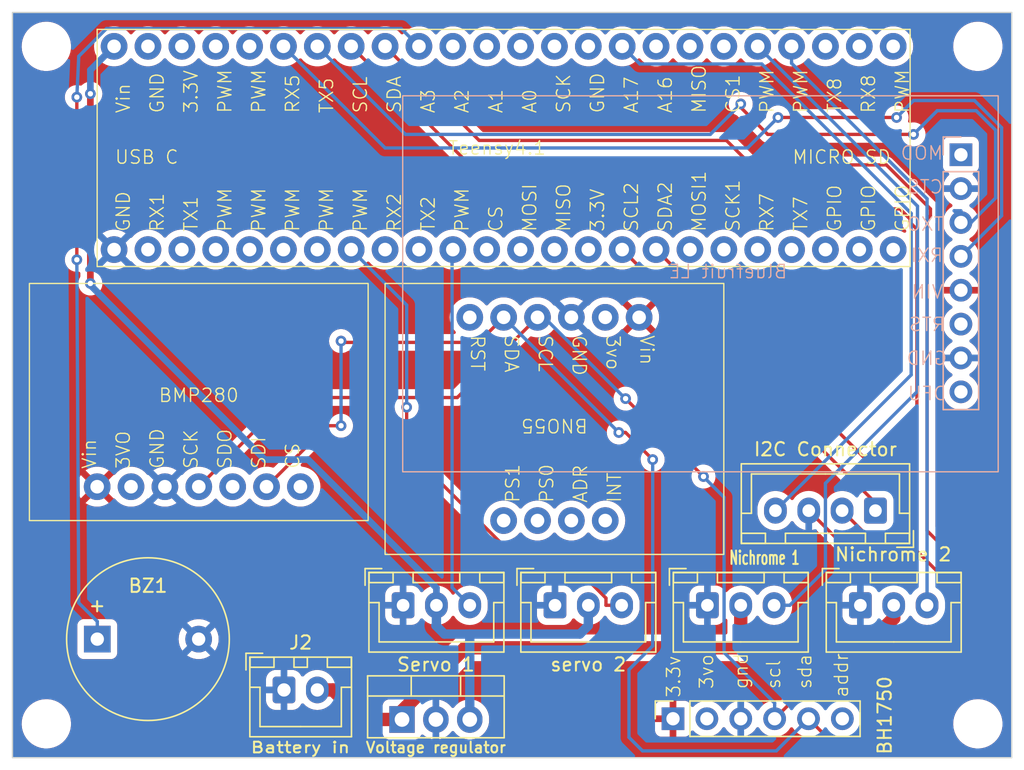
<source format=kicad_pcb>
(kicad_pcb (version 20221018) (generator pcbnew)
  (layers (0 "F.Cu" signal) (31 "B.Cu" signal) (34 "B.Paste" user) (35 "F.Paste" user) (36 "B.SilkS" user "B.Silkscreen") (37 "F.SilkS" user "F.Silkscreen") (38 "B.Mask" user) (39 "F.Mask" user) (44 "Edge.Cuts" user))
  (net 0 "")
  (net 1 "GND")
  (net 2 "+3.3V")
  (net 9 "Net-(J7-Pin_3)")
  (net 22 "Net-(J4-Pin_3)")
  (net 23 "Net-(J5-Pin_3)")
  (net 29 "Net-(BZ1--)")
  (net 31 "Net-(Bluefruitle1-TXO)")
  (net 35 "+5V")
  (net 36 "Net-(J6-Pin_3)")
  (net 37 "+9V")
  (net 39 "Net-(BH1750-SCL)")
  (net 40 "Net-(BH1750-SDA)")
  (net 47 "Net-(Bluefruitle1-RXO)")
  (net 48 "Net-(J8-Pin_4)")
  (net 63 "SCL2")
  (net 64 "SDA2")
  (footprint "Connector_JST:JST_XH_B3B-XH-A_1x03_P2.50mm_Vertical" (layer "F.Cu") (at 127.04 87.63)
    (fp_text reference "J5" hide)
    (fp_text value "Nichrome 1" (at 4.278 -3.556) (layer "F.SilkS") (effects (font (size 1 0.6))))
    (pad "1" thru_hole roundrect (at 0 0) (size 1.7 1.95) (drill 0.95) (layers "*.Cu" "*.Mask") (roundrect_rratio 0.1470588235) (net 1 "GND"))
    (pad "2" thru_hole oval (at 2.5 0) (size 1.7 1.95) (drill 0.95) (layers "*.Cu" "*.Mask") (net 37 "+9V"))
    (pad "3" thru_hole oval (at 5 0) (size 1.7 1.95) (drill 0.95) (layers "*.Cu" "*.Mask") (net 23 "Net-(J5-Pin_3)"))
  )
  (footprint "Breakout Boards:BH1750" (layer "F.Cu") (at 129.54 96.139 90)
    (fp_text reference "BH1750" hide)
    (fp_text value "~")
    (fp_text user "scl" (at 2.159 3.048 90 unlocked) (layer "F.SilkS") (effects (font (thickness 0.1)) (justify left bottom)))
    (fp_text user "${REFERENCE}" (at 0.254 10.795 90 unlocked) (layer "F.SilkS"))
    (fp_text user "addr" (at 1.524 8.128 90 unlocked) (layer "F.SilkS") (effects (font (thickness 0.1)) (justify left bottom)))
    (fp_text user "3vo" (at 2.159 -1.9812 90 unlocked) (layer "F.SilkS") (effects (font (thickness 0.1)) (justify left bottom)))
    (fp_text user "gnd" (at 2.159 0.6096 90 unlocked) (layer "F.SilkS") (effects (font (thickness 0.1)) (justify left bottom)))
    (fp_text user "sda" (at 2.159 5.3848 90 unlocked) (layer "F.SilkS") (effects (font (thickness 0.1)) (justify left bottom)))
    (fp_text user "3.3v" (at 1.524 -4.445 90 unlocked) (layer "F.SilkS") (effects (font (thickness 0.1)) (justify left bottom)))
    (pad "0" thru_hole rect (at 0 -5.08 90) (size 1.7 1.7) (drill 1) (layers "*.Cu" "*.Mask") (net 2 "+3.3V"))
    (pad "1" thru_hole oval (at 0 -2.54 90) (size 1.7 1.7) (drill 1) (layers "*.Cu" "*.Mask"))
    (pad "2" thru_hole oval (at 0 0 90) (size 1.7 1.7) (drill 1) (layers "*.Cu" "*.Mask") (net 1 "GND"))
    (pad "3" thru_hole oval (at 0 2.54 90) (size 1.7 1.7) (drill 1) (layers "*.Cu" "*.Mask") (net 39 "Net-(BH1750-SCL)"))
    (pad "4" thru_hole oval (at 0 5.08 90) (size 1.7 1.7) (drill 1) (layers "*.Cu" "*.Mask") (net 40 "Net-(BH1750-SDA)"))
    (pad "5" thru_hole oval (at 0 7.62 90) (size 1.7 1.7) (drill 1) (layers "*.Cu" "*.Mask"))
  )
  (footprint "Connector_JST:JST_XH_B3B-XH-A_1x03_P2.50mm_Vertical" (layer "F.Cu") (at 115.61 87.63)
    (fp_text reference "J7" hide)
    (fp_text value "servo 2" (at 2.5 4.445) (layer "F.SilkS"))
    (pad "1" thru_hole roundrect (at 0 0) (size 1.7 1.95) (drill 0.95) (layers "*.Cu" "*.Mask") (roundrect_rratio 0.1470588235) (net 1 "GND"))
    (pad "2" thru_hole oval (at 2.5 0) (size 1.7 1.95) (drill 0.95) (layers "*.Cu" "*.Mask") (net 35 "+5V"))
    (pad "3" thru_hole oval (at 5 0) (size 1.7 1.95) (drill 0.95) (layers "*.Cu" "*.Mask") (net 9 "Net-(J7-Pin_3)"))
  )
  (footprint "MountingHole:MountingHole_3.2mm_M3" (layer "F.Cu") (at 147.32 96.52)
    (fp_text reference "H4" hide)
    (fp_text value "MountingHole" hide)
    (pad "" np_thru_hole circle (at 0 0) (size 3.2 3.2) (drill 3.2) (layers "*.Cu" "*.Mask"))
  )
  (footprint "MountingHole:MountingHole_3.2mm_M3" (layer "F.Cu") (at 77.47 45.72)
    (fp_text reference "H2" hide)
    (fp_text value "MountingHole" hide)
    (pad "" np_thru_hole circle (at 0 0) (size 3.2 3.2) (drill 3.2) (layers "*.Cu" "*.Mask"))
  )
  (footprint "Breakout Boards:BNO055" (layer "F.Cu") (at 115.57 73.66 180)
    (fp_text reference "BNO55" (at 0 -0.5 180 unlocked) (layer "F.SilkS") (effects (font (thickness 0.1))))
    (fp_text value "~")
    (fp_text user "3vo" (at -3.81 6.35 270 unlocked) (layer "F.SilkS") (effects (font (thickness 0.1)) (justify left bottom)))
    (fp_text user "PS0" (at 0 -6.35 90 unlocked) (layer "F.SilkS") (effects (font (thickness 0.1)) (justify left bottom)))
    (fp_text user "Vin" (at -6.35 6.35 270 unlocked) (layer "F.SilkS") (effects (font (thickness 0.1)) (justify left bottom)))
    (fp_text user "SCL" (at 1.27 6.35 270 unlocked) (layer "F.SilkS") (effects (font (thickness 0.1)) (justify left bottom)))
    (fp_text user "GND" (at -1.27 6.35 270 unlocked) (layer "F.SilkS") (effects (font (thickness 0.1)) (justify left bottom)))
    (fp_text user "ADR" (at -2.54 -6.35 90 unlocked) (layer "F.SilkS") (effects (font (thickness 0.1)) (justify left bottom)))
    (fp_text user "PS1" (at 2.54 -6.35 90 unlocked) (layer "F.SilkS") (effects (font (thickness 0.1)) (justify left bottom)))
    (fp_text user "INT" (at -5.08 -6.35 90 unlocked) (layer "F.SilkS") (effects (font (thickness 0.1)) (justify left bottom)))
    (fp_text user "RST" (at 6.35 6.35 270 unlocked) (layer "F.SilkS") (effects (font (thickness 0.1)) (justify left bottom)))
    (fp_text user "SDA" (at 3.81 6.35 270 unlocked) (layer "F.SilkS") (effects (font (thickness 0.1)) (justify left bottom)))
    (pad "0" thru_hole circle (at -6.35 7.62 180) (size 2 2) (drill 1.02) (layers "*.Cu" "*.Mask") (net 2 "+3.3V"))
    (pad "1" thru_hole circle (at -3.81 7.62 180) (size 2 2) (drill 1.02) (layers "*.Cu" "*.Mask"))
    (pad "2" thru_hole circle (at -1.27 7.62 180) (size 2 2) (drill 1.02) (layers "*.Cu" "*.Mask") (net 1 "GND"))
    (pad "3" thru_hole circle (at 1.27 7.62 180) (size 2 2) (drill 1.02) (layers "*.Cu" "*.Mask") (net 39 "Net-(BH1750-SCL)"))
    (pad "4" thru_hole circle (at 3.81 7.62 180) (size 2 2) (drill 1.02) (layers "*.Cu" "*.Mask") (net 40 "Net-(BH1750-SDA)"))
    (pad "5" thru_hole circle (at 6.35 7.62 180) (size 2 2) (drill 1.02) (layers "*.Cu" "*.Mask"))
    (pad "6" thru_hole circle (at -3.81 -7.62 180) (size 2 2) (drill 1.02) (layers "*.Cu" "*.Mask"))
    (pad "7" thru_hole circle (at -1.27 -7.62 180) (size 2 2) (drill 1.02) (layers "*.Cu" "*.Mask"))
    (pad "8" thru_hole circle (at 1.27 -7.62 180) (size 2 2) (drill 1.02) (layers "*.Cu" "*.Mask"))
    (pad "9" thru_hole circle (at 3.81 -7.62 180) (size 2 2) (drill 1.02) (layers "*.Cu" "*.Mask"))
  )
  (footprint "Breakout Boards:BMP280" (layer "F.Cu") (at 88.9 72.39)
    (fp_text reference "BMP280" (at 0 -0.5 unlocked) (layer "F.SilkS") (effects (font (thickness 0.1))))
    (fp_text value "~")
    (fp_text user "CS" (at 7.62 5.08 90 unlocked) (layer "F.SilkS") (effects (font (thickness 0.1)) (justify left bottom)))
    (fp_text user "GND" (at -2.54 5.08 90 unlocked) (layer "F.SilkS") (effects (font (thickness 0.1)) (justify left bottom)))
    (fp_text user "Vin" (at -7.62 5.08 90 unlocked) (layer "F.SilkS") (effects (font (thickness 0.1)) (justify left bottom)))
    (fp_text user "SDI" (at 5.08 5.08 90 unlocked) (layer "F.SilkS") (effects (font (thickness 0.1)) (justify left bottom)))
    (fp_text user "SDO" (at 2.54 5.08 90 unlocked) (layer "F.SilkS") (effects (font (thickness 0.1)) (justify left bottom)))
    (fp_text user "SCK" (at 0 5.08 90 unlocked) (layer "F.SilkS") (effects (font (thickness 0.1)) (justify left bottom)))
    (fp_text user "3VO" (at -5.08 5.08 90 unlocked) (layer "F.SilkS") (effects (font (thickness 0.1)) (justify left bottom)))
    (pad "0" thru_hole circle (at -7.62 6.35) (size 2 2) (drill 1.02) (layers "*.Cu" "*.Mask") (net 2 "+3.3V"))
    (pad "1" thru_hole circle (at -5.08 6.35) (size 2 2) (drill 1.02) (layers "*.Cu" "*.Mask"))
    (pad "2" thru_hole circle (at -2.54 6.35) (size 2 2) (drill 1.02) (layers "*.Cu" "*.Mask") (net 1 "GND"))
    (pad "3" thru_hole circle (at 0 6.35) (size 2 2) (drill 1.02) (layers "*.Cu" "*.Mask") (net 39 "Net-(BH1750-SCL)"))
    (pad "4" thru_hole circle (at 2.54 6.35) (size 2 2) (drill 1.02) (layers "*.Cu" "*.Mask"))
    (pad "5" thru_hole circle (at 5.08 6.35) (size 2 2) (drill 1.02) (layers "*.Cu" "*.Mask") (net 40 "Net-(BH1750-SDA)"))
    (pad "6" thru_hole circle (at 7.62 6.35) (size 2 2) (drill 1.02) (layers "*.Cu" "*.Mask"))
  )
  (footprint "Package_TO_SOT_THT:TO-220-3_Vertical" (layer "F.Cu") (at 104.14 96.195)
    (fp_text reference "q1" hide)
    (fp_text value "Voltage regulator" (at 2.54 2.103) (layer "F.SilkS") (effects (font (size 0.8 0.8))))
    (pad "1" thru_hole rect (at 0 0) (size 1.905 2) (drill 1.1) (layers "*.Cu" "*.Mask") (net 37 "+9V"))
    (pad "2" thru_hole oval (at 2.54 0) (size 1.905 2) (drill 1.1) (layers "*.Cu" "*.Mask") (net 1 "GND"))
    (pad "3" thru_hole oval (at 5.08 0) (size 1.905 2) (drill 1.1) (layers "*.Cu" "*.Mask") (net 35 "+5V"))
  )
  (footprint "MountingHole:MountingHole_3.2mm_M3" (layer "F.Cu") (at 77.47 96.52)
    (fp_text reference "H3" hide)
    (fp_text value "MountingHole" hide)
    (pad "" np_thru_hole circle (at 0 0) (size 3.2 3.2) (drill 3.2) (layers "*.Cu" "*.Mask"))
  )
  (footprint "Breakout Boards:Teensy_4.1" (layer "F.Cu") (at 111.76 53.34 90)
    (fp_text reference "Teensy4.1" (at 0 -0.5 unlocked) (layer "F.SilkS") (effects (font (thickness 0.1))))
    (fp_text value "~")
    (fp_text user "TX1" (at -6.35 -22.86 90 unlocked) (layer "F.SilkS") (effects (font (thickness 0.1)) (justify left bottom)))
    (fp_text user "A1" (at 2.54 0 90 unlocked) (layer "F.SilkS") (effects (font (thickness 0.1)) (justify left bottom)))
    (fp_text user "PWM" (at -6.35 -17.78 90 unlocked) (layer "F.SilkS") (effects (font (thickness 0.1)) (justify left bottom)))
    (fp_text user "RX1" (at -6.35 -25.4 90 unlocked) (layer "F.SilkS") (effects (font (thickness 0.1)) (justify left bottom)))
    (fp_text user "TX2" (at -6.35 -5.08 90 unlocked) (layer "F.SilkS") (effects (font (thickness 0.1)) (justify left bottom)))
    (fp_text user "PWM" (at 2.54 -20.32 90 unlocked) (layer "F.SilkS") (effects (font (thickness 0.1)) (justify left bottom)))
    (fp_text user "MISO" (at 2.54 15.24 90 unlocked) (layer "F.SilkS") (effects (font (thickness 0.1)) (justify left bottom)))
    (fp_text user "MOSI" (at -6.35 2.54 90 unlocked) (layer "F.SilkS") (effects (font (thickness 0.1)) (justify left bottom)))
    (fp_text user "SCK" (at 2.54 5.08 90 unlocked) (layer "F.SilkS") (effects (font (thickness 0.1)) (justify left bottom)))
    (fp_text user "PWM" (at -6.35 -12.7 90 unlocked) (layer "F.SilkS") (effects (font (thickness 0.1)) (justify left bottom)))
    (fp_text user "PWM" (at -6.35 -2.54 90 unlocked) (layer "F.SilkS") (effects (font (thickness 0.1)) (justify left bottom)))
    (fp_text user "SCL2" (at -6.35 10.16 90 unlocked) (layer "F.SilkS") (effects (font (thickness 0.1)) (justify left bottom)))
    (fp_text user "TX7" (at -6.35 22.86 90 unlocked) (layer "F.SilkS") (effects (font (thickness 0.1)) (justify left bottom)))
    (fp_text user "MISO" (at -6.35 5.08 90 unlocked) (layer "F.SilkS") (effects (font (thickness 0.1)) (justify left bottom)))
    (fp_text user "3.3V" (at 2.54 -22.86 90 unlocked) (layer "F.SilkS") (effects (font (thickness 0.1)) (justify left bottom)))
    (fp_text user "MOSI1" (at -6.35 15.24 90 unlocked) (layer "F.SilkS") (effects (font (thickness 0.1)) (justify left bottom)))
    (fp_text user "GPIO" (at -6.35 27.94 90 unlocked) (layer "F.SilkS") (effects (font (thickness 0.1)) (justify left bottom)))
    (fp_text user "RX7" (at -6.35 20.32 90 unlocked) (layer "F.SilkS") (effects (font (thickness 0.1)) (justify left bottom)))
    (fp_text user "PWM" (at 2.54 -17.78 90 unlocked) (layer "F.SilkS") (effects (font (thickness 0.1)) (justify left bottom)))
    (fp_text user "RX8" (at 2.54 27.94 90 unlocked) (layer "F.SilkS") (effects (font (thickness 0.1)) (justify left bottom)))
    (fp_text user "SDA2" (at -6.35 12.7 90 unlocked) (layer "F.SilkS") (effects (font (thickness 0.1)) (justify left bottom)))
    (fp_text user "USB C" (at -1.27 -29.21 unlocked) (layer "F.SilkS") (effects (font (thickness 0.1)) (justify left bottom)))
    (fp_text user "TX5" (at 2.54 -12.7 90 unlocked) (layer "F.SilkS") (effects (font (thickness 0.1)) (justify left bottom)))
    (fp_text user "GND" (at 2.54 7.62 90 unlocked) (layer "F.SilkS") (effects (font (thickness 0.1)) (justify left bottom)))
    (fp_text user "Vin" (at 2.54 -27.94 90 unlocked) (layer "F.SilkS") (effects (font (thickness 0.1)) (justify left bottom)))
    (fp_text user "A0" (at 2.54 2.54 90 unlocked) (layer "F.SilkS") (effects (font (thickness 0.1)) (justify left bottom)))
    (fp_text user "SCK1" (at -6.35 17.78 90 unlocked) (layer "F.SilkS") (effects (font (thickness 0.1)) (justify left bottom)))
    (fp_text user "GPIO" (at -6.35 25.4 90 unlocked) (layer "F.SilkS") (effects (font (thickness 0.1)) (justify left bottom)))
    (fp_text user "PWM" (at -6.35 -15.24 90 unlocked) (layer "F.SilkS") (effects (font (thickness 0.1)) (justify left bottom)))
    (fp_text user "A3" (at 2.54 -5.08 90 unlocked) (layer "F.SilkS") (effects (font (thickness 0.1)) (justify left bottom)))
    (fp_text user "MICRO SD" (at -1.27 21.59 unlocked) (layer "F.SilkS") (effects (font (thickness 0.1)) (justify left bottom)))
    (fp_text user "TX8" (at 2.54 25.4 90 unlocked) (layer "F.SilkS") (effects (font (thickness 0.1)) (justify left bottom)))
    (fp_text user "A16" (at 2.54 12.7 90 unlocked) (layer "F.SilkS") (effects (font (thickness 0.1)) (justify left bottom)))
    (fp_text user "RX2" (at -6.35 -7.62 90 unlocked) (layer "F.SilkS") (effects (font (thickness 0.1)) (justify left bottom)))
    (fp_text user "A17" (at 2.54 10.16 90 unlocked) (layer "F.SilkS") (effects (font (thickness 0.1)) (justify left bottom)))
    (fp_text user "CS1" (at 2.54 17.78 90 unlocked) (layer "F.SilkS") (effects (font (thickness 0.1)) (justify left bottom)))
    (fp_text user "PWM" (at -6.35 -10.16 90 unlocked) (layer "F.SilkS") (effects (font (thickness 0.1)) (justify left bottom)))
    (fp_text user "CS" (at -6.35 0 90 unlocked) (layer "F.SilkS") (effects (font (thickness 0.1)) (justify left bottom)))
    (fp_text user "RX5" (at 2.54 -15.24 90 unlocked) (layer "F.SilkS") (effects (font (thickness 0.1)) (justify left bottom)))
    (fp_text user "3.3V" (at -6.35 7.62 90 unlocked) (layer "F.SilkS") (effects (font (thickness 0.1)) (justify left bottom)))
    (fp_text user "GND" (at -6.35 -27.94 90 unlocked) (layer "F.SilkS") (effects (font (thickness 0.1)) (justify left bottom)))
    (fp_text user "A2" (at 2.54 -2.54 90 unlocked) (layer "F.SilkS") (effects (font (thickness 0.1)) (justify left bottom)))
    (fp_text user "SDA" (at 2.54 -7.62 90 unlocked) (layer "F.SilkS") (effects (font (thickness 0.1)) (justify left bottom)))
    (fp_text user "PWM" (at 2.54 30.48 90 unlocked) (layer "F.SilkS") (effects (font (thickness 0.1)) (justify left bottom)))
    (fp_text user "PWM" (at 2.54 22.86 90 unlocked) (layer "F.SilkS") (effects (font (thickness 0.1)) (justify left bottom)))
    (fp_text user "PWM" (at 2.54 20.32 90 unlocked) (layer "F.SilkS") (effects (font (thickness 0.1)) (justify left bottom)))
    (fp_text user "GND" (at 2.54 -25.4 90 unlocked) (layer "F.SilkS") (effects (font (thickness 0.1)) (justify left bottom)))
    (fp_text user "SCL" (at 2.54 -10.16 90 unlocked) (layer "F.SilkS") (effects (font (thickness 0.1)) (justify left bottom)))
    (fp_text user "GPIO" (at -6.35 30.48 90 unlocked) (layer "F.SilkS") (effects (font (thickness 0.1)) (justify left bottom)))
    (fp_text user "PWM" (at -6.35 -20.32 90 unlocked) (layer "F.SilkS") (effects (font (thickness 0.1)) (justify left bottom)))
    (pad "0" thru_hole circle (at -7.62 -29.21 90) (size 2 2) (drill 1.02) (layers "*.Cu" "*.Mask") (net 1 "GND"))
    (pad "1" thru_hole circle (at -7.62 -26.67 90) (size 2 2) (drill 1.02) (layers "*.Cu" "*.Mask"))
    (pad "2" thru_hole circle (at -7.62 -24.13 90) (size 2 2) (drill 1.02) (layers "*.Cu" "*.Mask"))
    (pad "3" thru_hole circle (at -7.62 -21.59 90) (size 2 2) (drill 1.02) (layers "*.Cu" "*.Mask"))
    (pad "4" thru_hole circle (at -7.62 -19.05 90) (size 2 2) (drill 1.02) (layers "*.Cu" "*.Mask"))
    (pad "5" thru_hole circle (at -7.62 -16.51 90) (size 2 2) (drill 1.02) (layers "*.Cu" "*.Mask"))
    (pad "6" thru_hole circle (at -7.62 -13.97 90) (size 2 2) (drill 1.02) (layers "*.Cu" "*.Mask"))
    (pad "7" thru_hole circle (at -7.62 -11.43 90) (size 2 2) (drill 1.02) (layers "*.Cu" "*.Mask") (net 9 "Net-(J7-Pin_3)"))
    (pad "8" thru_hole circle (at -7.62 -8.89 90) (size 2 2) (drill 1.02) (layers "*.Cu" "*.Mask"))
    (pad "9" thru_hole circle (at -7.62 -6.35 90) (size 2 2) (drill 1.02) (layers "*.Cu" "*.Mask"))
    (pad "10" thru_hole circle (at -7.62 -3.81 90) (size 2 2) (drill 1.02) (layers "*.Cu" "*.Mask") (net 22 "Net-(J4-Pin_3)"))
    (pad "11" thru_hole circle (at -7.62 -1.27 90) (size 2 2) (drill 1.02) (layers "*.Cu" "*.Mask"))
    (pad "12" thru_hole circle (at -7.62 1.27 90) (size 2 2) (drill 1.02) (layers "*.Cu" "*.Mask"))
    (pad "13" thru_hole circle (at -7.62 3.81 90) (size 2 2) (drill 1.02) (layers "*.Cu" "*.Mask"))
    (pad "14" thru_hole circle (at -7.62 6.35 90) (size 2 2) (drill 1.02) (layers "*.Cu" "*.Mask"))
    (pad "15" thru_hole circle (at -7.62 8.89 90) (size 2 2) (drill 1.02) (layers "*.Cu" "*.Mask") (net 63 "SCL2"))
    (pad "16" thru_hole circle (at -7.62 11.43 90) (size 2 2) (drill 1.02) (layers "*.Cu" "*.Mask") (net 64 "SDA2"))
    (pad "17" thru_hole circle (at -7.62 13.97 90) (size 2 2) (drill 1.02) (layers "*.Cu" "*.Mask"))
    (pad "18" thru_hole circle (at -7.62 16.51 90) (size 2 2) (drill 1.02) (layers "*.Cu" "*.Mask"))
    (pad "19" thru_hole circle (at -7.62 19.05 90) (size 2 2) (drill 1.02) (layers "*.Cu" "*.Mask"))
    (pad "20" thru_hole circle (at -7.62 21.59 90) (size 2 2) (drill 1.02) (layers "*.Cu" "*.Mask"))
    (pad "21" thru_hole circle (at -7.62 24.13 90) (size 2 2) (drill 1.02) (layers "*.Cu" "*.Mask"))
    (pad "22" thru_hole circle (at -7.62 26.67 90) (size 2 2) (drill 1.02) (layers "*.Cu" "*.Mask"))
    (pad "23" thru_hole circle (at -7.62 29.21 90) (size 2 2) (drill 1.02) (layers "*.Cu" "*.Mask"))
    (pad "24" thru_hole circle (at 7.62 29.21 90) (size 2 2) (drill 1.02) (layers "*.Cu" "*.Mask"))
    (pad "25" thru_hole circle (at 7.62 26.67 90) (size 2 2) (drill 1.02) (layers "*.Cu" "*.Mask"))
    (pad "26" thru_hole circle (at 7.62 24.13 90) (size 2 2) (drill 1.02) (layers "*.Cu" "*.Mask"))
    (pad "27" thru_hole circle (at 7.62 21.59 90) (size 2 2) (drill 1.02) (layers "*.Cu" "*.Mask") (net 36 "Net-(J6-Pin_3)"))
    (pad "28" thru_hole circle (at 7.62 19.05 90) (size 2 2) (drill 1.02) (layers "*.Cu" "*.Mask") (net 23 "Net-(J5-Pin_3)"))
    (pad "29" thru_hole circle (at 7.62 16.51 90) (size 2 2) (drill 1.02) (layers "*.Cu" "*.Mask"))
    (pad "30" thru_hole circle (at 7.62 13.97 90) (size 2 2) (drill 1.02) (layers "*.Cu" "*.Mask"))
    (pad "31" thru_hole circle (at 7.62 11.43 90) (size 2 2) (drill 1.02) (layers "*.Cu" "*.Mask"))
    (pad "32" thru_hole circle (at 7.62 8.89 90) (size 2 2) (drill 1.02) (layers "*.Cu" "*.Mask") (net 48 "Net-(J8-Pin_4)"))
    (pad "33" thru_hole circle (at 7.62 6.35 90) (size 2 2) (drill 1.02) (layers "*.Cu" "*.Mask"))
    (pad "34" thru_hole circle (at 7.62 3.81 90) (size 2 2) (drill 1.02) (layers "*.Cu" "*.Mask"))
    (pad "35" thru_hole circle (at 7.62 1.27 90) (size 2 2) (drill 1.02) (layers "*.Cu" "*.Mask"))
    (pad "36" thru_hole circle (at 7.62 -1.27 90) (size 2 2) (drill 1.02) (layers "*.Cu" "*.Mask"))
    (pad "37" thru_hole circle (at 7.62 -3.81 90) (size 2 2) (drill 1.02) (layers "*.Cu" "*.Mask"))
    (pad "38" thru_hole circle (at 7.62 -6.35 90) (size 2 2) (drill 1.02) (layers "*.Cu" "*.Mask") (net 29 "Net-(BZ1--)"))
    (pad "39" thru_hole circle (at 7.62 -8.89 90) (size 2 2) (drill 1.02) (layers "*.Cu" "*.Mask") (net 40 "Net-(BH1750-SDA)"))
    (pad "40" thru_hole circle (at 7.62 -11.43 90) (size 2 2) (drill 1.02) (layers "*.Cu" "*.Mask") (net 39 "Net-(BH1750-SCL)"))
    (pad "41" thru_hole circle (at 7.62 -13.97 90) (size 2 2) (drill 1.02) (layers "*.Cu" "*.Mask") (net 31 "Net-(Bluefruitle1-TXO)"))
    (pad "42" thru_hole circle (at 7.62 -16.51 90) (size 2 2) (drill 1.02) (layers "*.Cu" "*.Mask") (net 47 "Net-(Bluefruitle1-RXO)"))
    (pad "43" thru_hole circle (at 7.62 -19.05 90) (size 2 2) (drill 1.02) (layers "*.Cu" "*.Mask"))
    (pad "44" thru_hole circle (at 7.62 -21.59 90) (size 2 2) (drill 1.02) (layers "*.Cu" "*.Mask"))
    (pad "45" thru_hole circle (at 7.62 -24.13 90) (size 2 2) (drill 1.02) (layers "*.Cu" "*.Mask"))
    (pad "46" thru_hole circle (at 7.62 -26.67 90) (size 2 2) (drill 1.02) (layers "*.Cu" "*.Mask"))
    (pad "47" thru_hole circle (at 7.62 -29.21 90) (size 2 2) (drill 1.02) (layers "*.Cu" "*.Mask") (net 35 "+5V"))
  )
  (footprint "Connector_JST:JST_XH_B3B-XH-A_1x03_P2.50mm_Vertical" (layer "F.Cu") (at 104.22 87.63)
    (fp_text reference "J4" hide)
    (fp_text value "Servo 1" (at 2.46 4.445) (layer "F.SilkS"))
    (pad "1" thru_hole roundrect (at 0 0) (size 1.7 1.95) (drill 0.95) (layers "*.Cu" "*.Mask") (roundrect_rratio 0.1470588235) (net 1 "GND"))
    (pad "2" thru_hole oval (at 2.5 0) (size 1.7 1.95) (drill 0.95) (layers "*.Cu" "*.Mask") (net 35 "+5V"))
    (pad "3" thru_hole oval (at 5 0) (size 1.7 1.95) (drill 0.95) (layers "*.Cu" "*.Mask") (net 22 "Net-(J4-Pin_3)"))
  )
  (footprint "Connector_JST:JST_XH_B3B-XH-A_1x03_P2.50mm_Vertical" (layer "F.Cu") (at 138.51 87.63)
    (fp_text reference "J6" hide)
    (fp_text value "Nichrome 2" (at 2.46 -3.81) (layer "F.SilkS"))
    (pad "1" thru_hole roundrect (at 0 0) (size 1.7 1.95) (drill 0.95) (layers "*.Cu" "*.Mask") (roundrect_rratio 0.1470588235) (net 1 "GND"))
    (pad "2" thru_hole oval (at 2.5 0) (size 1.7 1.95) (drill 0.95) (layers "*.Cu" "*.Mask") (net 37 "+9V"))
    (pad "3" thru_hole oval (at 5 0) (size 1.7 1.95) (drill 0.95) (layers "*.Cu" "*.Mask") (net 36 "Net-(J6-Pin_3)"))
  )
  (footprint "Connector_JST:JST_XH_B2B-XH-A_1x02_P2.50mm_Vertical" (layer "F.Cu") (at 95.29 93.98)
    (fp_text reference "J2" (at 1.25 -3.55) (layer "F.SilkS"))
    (fp_text value "Battery in" (at 1.23 4.318) (layer "F.SilkS") (effects (font (size 0.8 1))))
    (pad "1" thru_hole roundrect (at 0 0) (size 1.7 2) (drill 1) (layers "*.Cu" "*.Mask") (roundrect_rratio 0.1470588235) (net 1 "GND"))
    (pad "2" thru_hole oval (at 2.5 0) (size 1.7 2) (drill 1) (layers "*.Cu" "*.Mask") (net 37 "+9V"))
  )
  (footprint "Buzzer_Beeper:Buzzer_12x9.5RM7.6" (layer "F.Cu") (at 81.29 90.17)
    (fp_text reference "BZ1" hide)
    (fp_text value "Buzzer")
    (fp_text user "${REFERENCE}" (at 3.8 -4) (layer "F.SilkS"))
    (fp_text user "+" (at -0.01 -2.54) (layer "F.SilkS"))
    (pad "1" thru_hole rect (at 0 0) (size 2 2) (drill 1) (layers "*.Cu" "*.Mask") (net 29 "Net-(BZ1--)"))
    (pad "2" thru_hole circle (at 7.6 0) (size 2 2) (drill 1) (layers "*.Cu" "*.Mask") (net 1 "GND"))
  )
  (footprint "Connector_JST:JST_XH_B4B-XH-A_1x04_P2.50mm_Vertical" (layer "F.Cu") (at 139.64 80.535 180)
    (fp_text reference "J8" hide)
    (fp_text value "I2C Connector" (at 3.75 4.6) (layer "F.SilkS"))
    (pad "1" thru_hole roundrect (at 0 0 180) (size 1.7 1.95) (drill 0.95) (layers "*.Cu" "*.Mask") (roundrect_rratio 0.1470588235) (net 63 "SCL2"))
    (pad "2" thru_hole oval (at 2.5 0 180) (size 1.7 1.95) (drill 0.95) (layers "*.Cu" "*.Mask") (net 64 "SDA2"))
    (pad "3" thru_hole oval (at 5 0 180) (size 1.7 1.95) (drill 0.95) (layers "*.Cu" "*.Mask") (net 1 "GND"))
    (pad "4" thru_hole oval (at 7.5 0 180) (size 1.7 1.95) (drill 0.95) (layers "*.Cu" "*.Mask") (net 48 "Net-(J8-Pin_4)"))
  )
  (footprint "MountingHole:MountingHole_3.2mm_M3" (layer "F.Cu") (at 147.32 45.72)
    (fp_text reference "H1" hide)
    (fp_text value "MountingHole" hide)
    (pad "" np_thru_hole circle (at 0 0) (size 3.2 3.2) (drill 3.2) (layers "*.Cu" "*.Mask"))
  )
  (footprint "Breakout Boards:Bluefruit LE" (layer "B.Cu") (at 146.2024 62.8396 180)
    (fp_text reference "Bluefruitle1" hide)
    (fp_text value "~")
    (fp_text user "GND" (at 1.1176 -6.858 unlocked) (layer "B.SilkS") (effects (font (thickness 0.1)) (justify left bottom mirror)))
    (fp_text user "CTS" (at 1.4224 5.9944 unlocked) (layer "B.SilkS") (effects (font (thickness 0.1)) (justify left bottom mirror)))
    (fp_text user "MOD" (at 1.4224 8.5344 unlocked) (layer "B.SilkS") (effects (font (thickness 0.1)) (justify left bottom mirror)))
    (fp_text user "DFU" (at 1.1684 -9.4996 unlocked) (layer "B.SilkS") (effects (font (thickness 0.1)) (justify left bottom mirror)))
    (fp_text user "Bluefruit LE" (at 13.1064 -0.3556 unlocked) (layer "B.SilkS") (effects (font (thickness 0.1)) (justify left bottom mirror)))
    (fp_text user "RXI" (at 1.4224 0.8636 unlocked) (layer "B.SilkS") (effects (font (thickness 0.1)) (justify left bottom mirror)))
    (fp_text user "TXO" (at 1.3716 3.2004 unlocked) (layer "B.SilkS") (effects (font (thickness 0.1)) (justify left bottom mirror)))
    (fp_text user "VIN" (at 1.4224 -1.8796 unlocked) (layer "B.SilkS") (effects (font (thickness 0.1)) (justify left bottom mirror)))
    (fp_text user "RTS" (at 1.27 -4.318 unlocked) (layer "B.SilkS") (effects (font (thickness 0.1)) (justify left bottom mirror)))
    (pad "0" thru_hole rect (at 0.1524 8.9916 180) (size 1.7 1.7) (drill 1) (layers "*.Cu" "*.Mask"))
    (pad "1" thru_hole oval (at 0.1524 6.4516 180) (size 1.7 1.7) (drill 1) (layers "*.Cu" "*.Mask") (net 1 "GND"))
    (pad "2" thru_hole oval (at 0.1524 3.9116 180) (size 1.7 1.7) (drill 1) (layers "*.Cu" "*.Mask") (net 31 "Net-(Bluefruitle1-TXO)"))
    (pad "3" thru_hole oval (at 0.1524 1.3716 180) (size 1.7 1.7) (drill 1) (layers "*.Cu" "*.Mask") (net 47 "Net-(Bluefruitle1-RXO)"))
    (pad "4" thru_hole oval (at 0.1524 -1.1684 180) (size 1.7 1.7) (drill 1) (layers "*.Cu" "*.Mask") (net 2 "+3.3V"))
    (pad "5" thru_hole oval (at 0.1524 -3.7084 180) (size 1.7 1.7) (drill 1) (layers "*.Cu" "*.Mask"))
    (pad "6" thru_hole oval (at 0.1524 -6.2484 180) (size 1.7 1.7) (drill 1) (layers "*.Cu" "*.Mask") (net 1 "GND"))
    (pad "7" thru_hole oval (at 0.1524 -8.7884 180) (size 1.7 1.7) (drill 1) (layers "*.Cu" "*.Mask"))
  )
  (gr_rect (start 74.93 43.18) (end 149.86 99.06) (stroke (width 0.1)) (fill none) (layer "Edge.Cuts"))
  (segment (start 138.51 84.405) (end 134.64 80.535) (width 0.25) (layer "F.Cu") (net 1))
  (segment (start 138.51 87.63) (end 138.51 84.405) (width 0.25) (layer "F.Cu") (net 1))
  (segment (start 120.61 87.63) (end 119.4331 87.63) (width 0.25) (layer "F.Cu") (net 9))
  (segment (start 119.4331 87.0939) (end 119.4331 87.63) (width 0.25) (layer "F.Cu") (net 9))
  (segment (start 114.0532 85.4592) (end 117.7984 85.4592) (width 0.25) (layer "F.Cu") (net 9))
  (segment (start 104.4873 72.7797) (end 104.4873 75.8933) (width 0.25) (layer "F.Cu") (net 9))
  (segment (start 117.7984 85.4592) (end 119.4331 87.0939) (width 0.25) (layer "F.Cu") (net 9))
  (segment (start 104.4873 75.8933) (end 114.0532 85.4592) (width 0.25) (layer "F.Cu") (net 9))
  (via (at 104.4873 72.7797) (size 0.8) (drill 0.4) (layers "F.Cu" "B.Cu") (net 9))
  (segment (start 104.4873 65.1173) (end 104.4873 72.7797) (width 0.25) (layer "B.Cu") (net 9))
  (segment (start 100.33 60.96) (end 104.4873 65.1173) (width 0.25) (layer "B.Cu") (net 9))
  (segment (start 107.8931 61.0169) (end 107.8931 86.3031) (width 0.25) (layer "B.Cu") (net 22))
  (segment (start 107.95 60.96) (end 107.8931 61.0169) (width 0.25) (layer "B.Cu") (net 22))
  (segment (start 107.8931 86.3031) (end 109.22 87.63) (width 0.25) (layer "B.Cu") (net 22))
  (segment (start 135.89 78.4845) (end 135.89 84.9569) (width 0.25) (layer "B.Cu") (net 23))
  (segment (start 135.89 84.9569) (end 133.2169 87.63) (width 0.25) (layer "B.Cu") (net 23))
  (segment (start 142.7934 71.5811) (end 135.89 78.4845) (width 0.25) (layer "B.Cu") (net 23))
  (segment (start 132.04 87.63) (end 133.2169 87.63) (width 0.25) (layer "B.Cu") (net 23))
  (segment (start 142.7934 57.7034) (end 142.7934 71.5811) (width 0.25) (layer "B.Cu") (net 23))
  (segment (start 130.81 45.72) (end 142.7934 57.7034) (width 0.25) (layer "B.Cu") (net 23))
  (segment (start 79.756 49.53) (end 79.756 61.722) (width 0.25) (layer "F.Cu") (net 29))
  (via (at 79.756 61.722) (size 0.8) (drill 0.4) (layers "F.Cu" "B.Cu") (net 29))
  (via (at 79.756 49.53) (size 0.8) (drill 0.4) (layers "F.Cu" "B.Cu") (net 29))
  (segment (start 79.756 61.722) (end 79.9012 61.8672) (width 0.25) (layer "B.Cu") (net 29))
  (segment (start 79.9012 87.4543) (end 81.29 88.8431) (width 0.25) (layer "B.Cu") (net 29))
  (segment (start 79.9012 46.4643) (end 79.756 49.53) (width 0.25) (layer "B.Cu") (net 29))
  (segment (start 105.41 45.72) (end 104.0737 44.3837) (width 0.25) (layer "B.Cu") (net 29))
  (segment (start 79.756 49.53) (end 79.9012 49.4212) (width 0.25) (layer "B.Cu") (net 29))
  (segment (start 81.29 90.17) (end 81.29 88.8431) (width 0.25) (layer "B.Cu") (net 29))
  (segment (start 104.0737 44.3837) (end 81.9818 44.3837) (width 0.25) (layer "B.Cu") (net 29))
  (segment (start 81.9818 44.3837) (end 79.9012 46.4643) (width 0.25) (layer "B.Cu") (net 29))
  (segment (start 79.9012 87.4543) (end 79.756 61.722) (width 0.25) (layer "B.Cu") (net 29))
  (segment (start 142.494 52.324) (end 131.562695 52.324) (width 0.25) (layer "F.Cu") (net 31))
  (segment (start 131.562695 52.324) (end 129.54 50.301305) (width 0.25) (layer "F.Cu") (net 31))
  (segment (start 129.54 50.301305) (end 129.54 50.038) (width 0.25) (layer "F.Cu") (net 31))
  (via (at 142.494 52.324) (size 0.8) (drill 0.4) (layers "F.Cu" "B.Cu") (net 31))
  (via (at 129.54 50.038) (size 0.8) (drill 0.4) (layers "F.Cu" "B.Cu") (net 31))
  (segment (start 146.05 58.556054) (end 145.542 58.048054) (width 0.25) (layer "B.Cu") (net 31))
  (segment (start 146.05 58.928) (end 146.812 58.928) (width 0.25) (layer "B.Cu") (net 31))
  (segment (start 145.542 58.048054) (end 146.05 58.048054) (width 0.25) (layer "B.Cu") (net 31))
  (segment (start 129.54 50.038) (end 127.254 52.324) (width 0.25) (layer "B.Cu") (net 31))
  (segment (start 148.648 52.002396) (end 147.191604 50.546) (width 0.25) (layer "B.Cu") (net 31))
  (segment (start 147.191604 50.546) (end 144.272 50.546) (width 0.25) (layer "B.Cu") (net 31))
  (segment (start 146.812 58.928) (end 148.648 57.092) (width 0.25) (layer "B.Cu") (net 31))
  (segment (start 104.394 52.324) (end 97.79 45.72) (width 0.25) (layer "B.Cu") (net 31))
  (segment (start 148.648 57.092) (end 148.648 52.002396) (width 0.25) (layer "B.Cu") (net 31))
  (segment (start 127.254 52.324) (end 104.394 52.324) (width 0.25) (layer "B.Cu") (net 31))
  (segment (start 144.272 50.546) (end 142.494 52.324) (width 0.25) (layer "B.Cu") (net 31))
  (segment (start 142.494 52.45162) (end 142.494 52.324) (width 0.25) (layer "B.Cu") (net 31))
  (segment (start 80.772 63.5) (end 80.772 49.276) (width 0.5) (layer "F.Cu") (net 35))
  (via (at 80.772 63.5) (size 0.8) (drill 0.4) (layers "F.Cu" "B.Cu") (net 35))
  (via (at 80.772 49.276) (size 0.8) (drill 0.4) (layers "F.Cu" "B.Cu") (net 35))
  (segment (start 80.772 47.498) (end 80.772 49.276) (width 0.5) (layer "B.Cu") (net 35))
  (segment (start 97.0999 76.708) (end 93.853 76.708) (width 0.5) (layer "B.Cu") (net 35))
  (segment (start 106.72 87.63) (end 106.72 87.2907) (width 0.25) (layer "B.Cu") (net 35))
  (segment (start 118.11 89.154) (end 117.4733 89.7907) (width 0.7) (layer "B.Cu") (net 35))
  (segment (start 117.4733 89.7907) (end 109.22 89.7907) (width 0.7) (layer "B.Cu") (net 35))
  (segment (start 106.72 86.3281) (end 97.0999 76.708) (width 0.5) (layer "B.Cu") (net 35))
  (segment (start 93.853 76.708) (end 80.772 63.627) (width 0.5) (layer "B.Cu") (net 35))
  (segment (start 80.772 63.5) (end 80.645 63.5) (width 0.25) (layer "B.Cu") (net 35))
  (segment (start 82.55 45.72) (end 80.772 47.498) (width 0.5) (layer "B.Cu") (net 35))
  (segment (start 106.72 87.2907) (end 106.72 86.3281) (width 0.5) (layer "B.Cu") (net 35))
  (segment (start 109.22 89.7907) (end 109.22 96.195) (width 0.7) (layer "B.Cu") (net 35))
  (segment (start 109.22 89.7907) (end 107.3167 89.7907) (width 0.7) (layer "B.Cu") (net 35))
  (segment (start 107.188 87.7587) (end 106.72 87.2907) (width 0.7) (layer "B.Cu") (net 35))
  (segment (start 118.11 87.63) (end 118.11 89.154) (width 0.7) (layer "B.Cu") (net 35))
  (segment (start 107.3167 89.7907) (end 106.68 89.154) (width 0.7) (layer "B.Cu") (net 35))
  (segment (start 80.645 63.5) (end 80.645 63.5) (width 0.25) (layer "B.Cu") (net 35))
  (segment (start 106.72 89.114) (end 106.72 87.63) (width 0.7) (layer "B.Cu") (net 35))
  (segment (start 106.68 89.154) (end 106.72 89.114) (width 0.7) (layer "B.Cu") (net 35))
  (segment (start 80.772 63.627) (end 80.772 63.5) (width 0.5) (layer "B.Cu") (net 35))
  (segment (start 133.35 46.99) (end 143.51 57.15) (width 0.25) (layer "B.Cu") (net 36))
  (segment (start 143.51 57.15) (end 143.51 87.63) (width 0.25) (layer "B.Cu") (net 36))
  (segment (start 133.35 45.72) (end 133.35 46.99) (width 0.25) (layer "B.Cu") (net 36))
  (segment (start 141.01 88.601258) (end 141.01 87.63) (width 1) (layer "F.Cu") (net 37))
  (segment (start 129.54 90.8197) (end 129.54 87.63) (width 1) (layer "F.Cu") (net 37))
  (segment (start 138.791558 90.8197) (end 141.01 88.601258) (width 1) (layer "F.Cu") (net 37))
  (segment (start 97.79 93.98) (end 98.9669 93.98) (width 1) (layer "F.Cu") (net 37))
  (segment (start 108.8756 90.8197) (end 129.54 90.8197) (width 1) (layer "F.Cu") (net 37))
  (segment (start 101.1819 96.195) (end 98.9669 93.98) (width 1) (layer "F.Cu") (net 37))
  (segment (start 129.54 90.8197) (end 138.791558 90.8197) (width 1) (layer "F.Cu") (net 37))
  (segment (start 104.14 96.195) (end 103.5003 96.195) (width 0.25) (layer "F.Cu") (net 37))
  (segment (start 103.5003 96.195) (end 108.8756 90.8197) (width 1) (layer "F.Cu") (net 37))
  (segment (start 103.5003 96.195) (end 101.1819 96.195) (width 1) (layer "F.Cu") (net 37))
  (segment (start 114.3 66.04) (end 108.2872 72.0528) (width 0.25) (layer "F.Cu") (net 39))
  (segment (start 140.462 93.472) (end 134.747 93.472) (width 0.25) (layer "F.Cu") (net 39))
  (segment (start 142.748 59.436) (end 142.748 83.566) (width 0.25) (layer "F.Cu") (net 39))
  (segment (start 141.478 57.912) (end 142.24 58.674) (width 0.25) (layer "F.Cu") (net 39))
  (segment (start 95.5872 72.0528) (end 88.9 78.74) (width 0.25) (layer "F.Cu") (net 39))
  (segment (start 146.05 87.884) (end 140.462 93.472) (width 0.25) (layer "F.Cu") (net 39))
  (segment (start 100.33 45.72) (end 112.522 57.912) (width 0.25) (layer "F.Cu") (net 39))
  (segment (start 126.746 77.978) (end 120.904 72.136) (width 0.25) (layer "F.Cu") (net 39))
  (segment (start 112.522 57.912) (end 141.478 57.912) (width 0.25) (layer "F.Cu") (net 39))
  (segment (start 142.24 58.674) (end 142.24 58.928) (width 0.25) (layer "F.Cu") (net 39))
  (segment (start 134.747 93.472) (end 132.08 96.139) (width 0.25) (layer "F.Cu") (net 39))
  (segment (start 146.05 86.868) (end 146.05 87.884) (width 0.25) (layer "F.Cu") (net 39))
  (segment (start 142.748 83.566) (end 146.05 86.868) (width 0.25) (layer "F.Cu") (net 39))
  (segment (start 108.2872 72.0528) (end 95.5872 72.0528) (width 0.25) (layer "F.Cu") (net 39))
  (segment (start 142.24 58.928) (end 142.748 59.436) (width 0.25) (layer "F.Cu") (net 39))
  (via (at 120.904 72.136) (size 0.8) (drill 0.4) (layers "F.Cu" "B.Cu") (net 39))
  (via (at 126.746 77.978) (size 0.8) (drill 0.4) (layers "F.Cu" "B.Cu") (net 39))
  (segment (start 128.2905 79.5383) (end 128.2905 91.1726) (width 0.25) (layer "B.Cu") (net 39))
  (segment (start 132.08 96.139) (end 132.08 94.9621) (width 0.25) (layer "B.Cu") (net 39))
  (segment (start 126.746 77.978) (end 126.746 77.9938) (width 0.25) (layer "B.Cu") (net 39))
  (segment (start 114.3 66.04) (end 114.7922 66.04) (width 0.25) (layer "B.Cu") (net 39))
  (segment (start 126.746 77.9938) (end 128.2905 79.5383) (width 0.25) (layer "B.Cu") (net 39))
  (segment (start 126.7302 77.978) (end 126.746 77.978) (width 0.25) (layer "B.Cu") (net 39))
  (segment (start 120.904 72.136) (end 120.904 72.1518) (width 0.25) (layer "B.Cu") (net 39))
  (segment (start 128.2905 91.1726) (end 132.08 94.9621) (width 0.25) (layer "B.Cu") (net 39))
  (segment (start 120.8882 72.136) (end 120.904 72.136) (width 0.25) (layer "B.Cu") (net 39))
  (segment (start 114.7922 66.04) (end 114.8636 66.1114) (width 0.25) (layer "B.Cu") (net 39))
  (segment (start 114.8636 66.1114) (end 120.8882 72.136) (width 0.25) (layer "B.Cu") (net 39))
  (segment (start 130.302 54.61) (end 140.462 54.61) (width 0.25) (layer "F.Cu") (net 40))
  (segment (start 99.6176 67.9202) (end 99.568 67.818) (width 0.25) (layer "F.Cu") (net 40))
  (segment (start 120.904 74.676) (end 122.936 76.708) (width 0.25) (layer "F.Cu") (net 40))
  (segment (start 147.066 85.598) (end 147.066 90.17) (width 0.25) (layer "F.Cu") (net 40))
  (segment (start 109.8798 67.9202) (end 111.76 66.04) (width 0.25) (layer "F.Cu") (net 40))
  (segment (start 138.43 97.79) (end 136.271 97.79) (width 0.25) (layer "F.Cu") (net 40))
  (segment (start 120.396 74.676) (end 120.904 74.676) (width 0.25) (layer "F.Cu") (net 40))
  (segment (start 102.87 45.72) (end 109.924 52.774) (width 0.25) (layer "F.Cu") (net 40))
  (segment (start 136.271 97.79) (end 134.62 96.139) (width 0.25) (layer "F.Cu") (net 40))
  (segment (start 143.51 82.042) (end 147.066 85.598) (width 0.25) (layer "F.Cu") (net 40))
  (segment (start 99.568 67.818) (end 99.822 67.9202) (width 0.25) (layer "F.Cu") (net 40))
  (segment (start 138.910656 97.309344) (end 138.43 97.79) (width 0.25) (layer "F.Cu") (net 40))
  (segment (start 98.552 74.168) (end 93.98 78.74) (width 0.25) (layer "F.Cu") (net 40))
  (segment (start 109.924 52.774) (end 128.466 52.774) (width 0.25) (layer "F.Cu") (net 40))
  (segment (start 99.822 67.9202) (end 109.8798 67.9202) (width 0.25) (layer "F.Cu") (net 40))
  (segment (start 143.764 57.912) (end 143.764 58.42) (width 0.25) (layer "F.Cu") (net 40))
  (segment (start 99.568 74.168) (end 98.552 74.168) (width 0.25) (layer "F.Cu") (net 40))
  (segment (start 143.51 58.674) (end 143.51 82.042) (width 0.25) (layer "F.Cu") (net 40))
  (segment (start 128.466 52.774) (end 130.302 54.61) (width 0.25) (layer "F.Cu") (net 40))
  (segment (start 99.7198 67.9202) (end 99.6176 67.9202) (width 0.25) (layer "F.Cu") (net 40))
  (segment (start 147.066 90.17) (end 139.926656 97.309344) (width 0.25) (layer "F.Cu") (net 40))
  (segment (start 143.764 58.42) (end 143.51 58.674) (width 0.25) (layer "F.Cu") (net 40))
  (segment (start 139.926656 97.309344) (end 138.910656 97.309344) (width 0.25) (layer "F.Cu") (net 40))
  (segment (start 140.462 54.61) (end 143.764 57.912) (width 0.25) (layer "F.Cu") (net 40))
  (via (at 122.936 76.708) (size 0.8) (drill 0.4) (layers "F.Cu" "B.Cu") (net 40))
  (via (at 120.396 74.676) (size 0.8) (drill 0.4) (layers "F.Cu" "B.Cu") (net 40))
  (via (at 99.568 74.168) (size 0.8) (drill 0.4) (layers "F.Cu" "B.Cu") (net 40))
  (via (at 99.568 67.818) (size 0.8) (drill 0.4) (layers "F.Cu" "B.Cu") (net 40))
  (segment (start 99.568 67.818) (end 99.568 74.168) (width 0.25) (layer "B.Cu") (net 40))
  (segment (start 121.158 97.536) (end 121.158 92.456) (width 0.25) (layer "B.Cu") (net 40))
  (segment (start 121.158 92.456) (end 122.936 90.678) (width 0.25) (layer "B.Cu") (net 40))
  (segment (start 122.936 90.678) (end 122.936 76.708) (width 0.25) (layer "B.Cu") (net 40))
  (segment (start 120.396 74.676) (end 111.76 66.04) (width 0.25) (layer "B.Cu") (net 40))
  (segment (start 134.62 96.139) (end 132.207 98.552) (width 0.25) (layer "B.Cu") (net 40))
  (segment (start 122.174 98.552) (end 121.158 97.536) (width 0.25) (layer "B.Cu") (net 40))
  (segment (start 132.207 98.552) (end 122.174 98.552) (width 0.25) (layer "B.Cu") (net 40))
  (segment (start 132.334 51.054) (end 141.224 51.054) (width 0.25) (layer "F.Cu") (net 47))
  (via (at 141.224 51.054) (size 0.8) (drill 0.4) (layers "F.Cu" "B.Cu") (net 47))
  (via (at 132.334 51.054) (size 0.8) (drill 0.4) (layers "F.Cu" "B.Cu") (net 47))
  (segment (start 142.494 49.784) (end 147.066 49.784) (width 0.25) (layer "B.Cu") (net 47))
  (segment (start 147.066 49.784) (end 149.098 51.816) (width 0.25) (layer "B.Cu") (net 47))
  (segment (start 132.334 51.054) (end 130.048 53.34) (width 0.25) (layer "B.Cu") (net 47))
  (segment (start 149.098 58.42) (end 146.05 61.468) (width 0.25) (layer "B.Cu") (net 47))
  (segment (start 102.87 53.34) (end 95.25 45.72) (width 0.25) (layer "B.Cu") (net 47))
  (segment (start 130.048 53.34) (end 102.87 53.34) (width 0.25) (layer "B.Cu") (net 47))
  (segment (start 149.098 51.816) (end 149.098 58.42) (width 0.25) (layer "B.Cu") (net 47))
  (segment (start 141.224 51.054) (end 142.494 49.784) (width 0.25) (layer "B.Cu") (net 47))
  (segment (start 132.14 80.535) (end 142.3187 70.3563) (width 0.25) (layer "B.Cu") (net 48))
  (segment (start 142.3187 58.2447) (end 131.119 47.045) (width 0.25) (layer "B.Cu") (net 48))
  (segment (start 142.3187 70.3563) (end 142.3187 58.2447) (width 0.25) (layer "B.Cu") (net 48))
  (segment (start 131.119 47.045) (end 121.975 47.045) (width 0.25) (layer "B.Cu") (net 48))
  (segment (start 121.975 47.045) (end 120.65 45.72) (width 0.25) (layer "B.Cu") (net 48))
  (segment (start 139.64 79.95) (end 139.64 80.535) (width 0.25) (layer "F.Cu") (net 63))
  (segment (start 120.65 60.96) (end 139.64 79.95) (width 0.25) (layer "F.Cu") (net 63))
  (segment (start 120.65 60.96) (end 120.015 60.96) (width 0.25) (layer "B.Cu") (net 63))
  (segment (start 141.732 82.55) (end 139.155 82.55) (width 0.25) (layer "F.Cu") (net 64))
  (segment (start 139.155 82.55) (end 137.14 80.535) (width 0.25) (layer "F.Cu") (net 64))
  (segment (start 123.19 60.96) (end 141.732 79.502) (width 0.25) (layer "F.Cu") (net 64))
  (segment (start 141.732 79.502) (end 141.732 82.55) (width 0.25) (layer "F.Cu") (net 64))
  (zone (net 2) (net_name "+3.3V") (layer "F.Cu") (connect_pads (clearance 0.5)) (min_thickness 0.25) (fill yes (thermal_gap 0.5) (thermal_bridge_width 0.5))
    (polygon (pts (xy 149.86 43.18) (xy 74.93 43.18) (xy 74.93 99.06) (xy 149.86 99.06)))
  )
  (zone (net 1) (net_name "GND") (layer "B.Cu") (priority 1) (connect_pads (clearance 0.5)) (min_thickness 0.25) (fill yes (thermal_gap 0.5) (thermal_bridge_width 0.5))
    (polygon (pts (xy 149.86 43.18) (xy 74.93 43.18) (xy 74.93 99.06) (xy 149.86 99.06)))
  )
)
</source>
